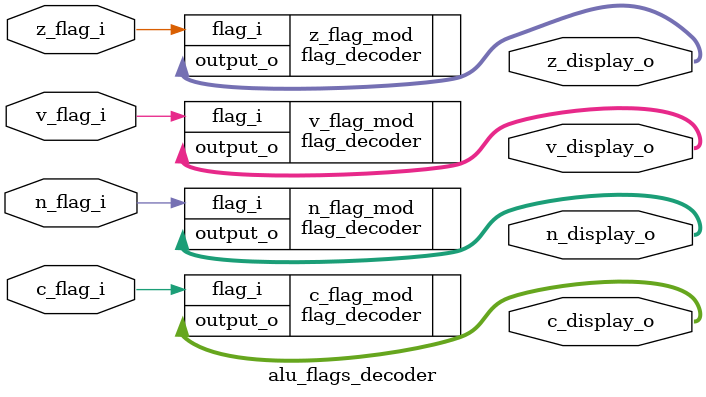
<source format=sv>
module alu_flags_decoder
(
	input z_flag_i,
	input n_flag_i,
	input v_flag_i,
	input c_flag_i,
	output [6:0] z_display_o,
	output [6:0] n_display_o,
	output [6:0] v_display_o,
	output [6:0] c_display_o
);
	flag_decoder z_flag_mod (
		.flag_i(z_flag_i),
		.output_o(z_display_o)
	);
	
	flag_decoder n_flag_mod (
		.flag_i(n_flag_i),
		.output_o(n_display_o)
	);
	
	flag_decoder v_flag_mod (
		.flag_i(v_flag_i),
		.output_o(v_display_o)
	);
	
	flag_decoder c_flag_mod (
		.flag_i(c_flag_i),
		.output_o(c_display_o)
	);
endmodule
</source>
